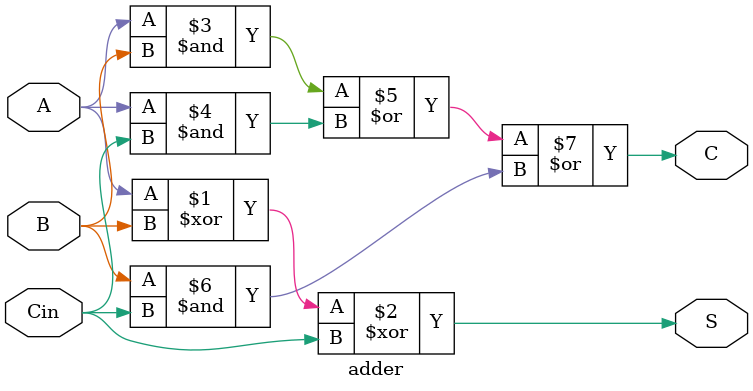
<source format=v>
module adder(A, B, Cin, C, S);
input A, B, Cin;
output C, S;

assign S = A ^ B ^ Cin;
assign C = ( A & B) | (A & Cin) | (B & Cin);
endmodule

</source>
